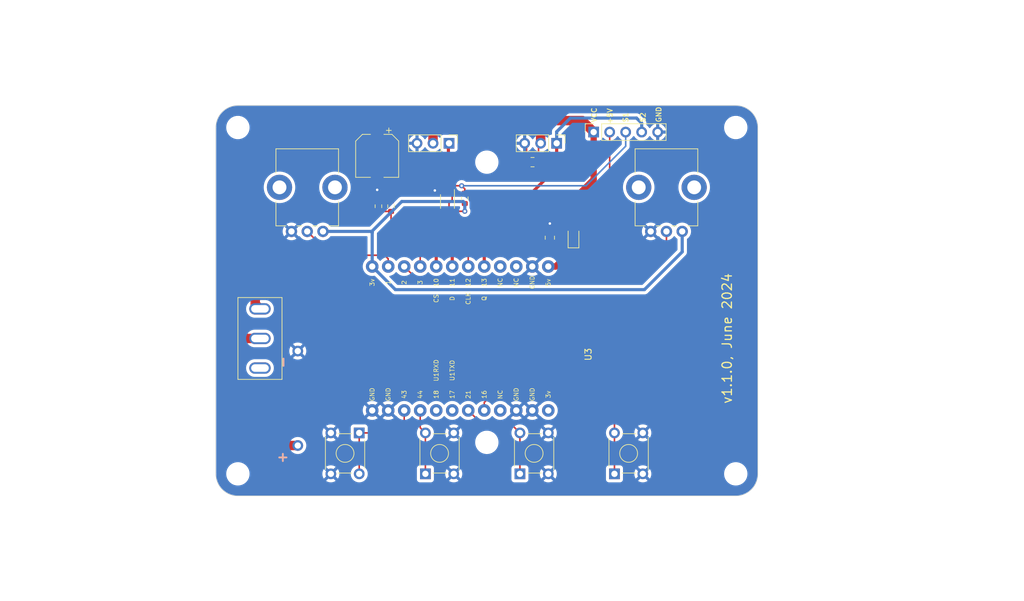
<source format=kicad_pcb>
(kicad_pcb (version 20221018) (generator pcbnew)
  (layers (0 "F.Cu" signal) (31 "B.Cu" signal) (34 "B.Paste" user) (35 "F.Paste" user) (36 "B.SilkS" user "B.Silkscreen") (37 "F.SilkS" user "F.Silkscreen") (38 "B.Mask" user) (39 "F.Mask" user) (44 "Edge.Cuts" user))
  (net 0 "")
  (net 1 "VCC")
  (net 2 "+3.3V")
  (net 3 "/POT1")
  (net 4 "GND")
  (net 5 "/POT2")
  (net 6 "/TXD")
  (net 7 "/CTRL")
  (net 11 "+5V")
  (net 13 "/BUTTON1")
  (net 14 "/BUTTON2")
  (net 15 "/RXD")
  (net 16 "/SERVO2")
  (net 17 "/SERVO1")
  (net 19 "Net-(J1-Pin_1)")
  (net 20 "/BUTTON3")
  (net 22 "/BUTTON4")
  (net 23 "/VSENSE")
  (footprint "Resistor_SMD:R_0603_1608Metric" (layer "F.Cu") (at 124.8 74 -90)
    (fp_text reference "R1" hide)
    (fp_text value "10K" hide)
    (fp_line (start -0.237258 -0.5225) (end 0.237258 -0.5225) (stroke (width 0.12)) (layer "F.SilkS"))
    (fp_line (start -0.237258 0.5225) (end 0.237258 0.5225) (stroke (width 0.12)) (layer "F.SilkS"))
    (pad "1" smd roundrect (at -0.825 0 270) (size 0.8 0.95) (layers "F.Cu" "F.Paste" "F.Mask") (net 1 "VCC"))
    (pad "2" smd roundrect (at 0.825 0 270) (size 0.8 0.95) (layers "F.Cu" "F.Paste" "F.Mask") (net 23 "/VSENSE"))
  )
  (footprint "Potentiometer_THT:Potentiometer_Bourns_PTV09A-1_Single_Vertical" (layer "F.Cu") (at 171 78 90)
    (fp_text reference "RV2" hide)
    (fp_text value "R_Potentiometer" hide)
    (fp_line (start 0.88 -7.47) (end 0.88 -5.871) (stroke (width 0.12)) (layer "F.SilkS"))
    (fp_line (start 0.88 -7.47) (end 4.745 -7.47) (stroke (width 0.12)) (layer "F.SilkS"))
    (fp_line (start 0.88 -4.129) (end 0.88 -3.37) (stroke (width 0.12)) (layer "F.SilkS"))
    (fp_line (start 0.88 -1.629) (end 0.88 -0.87) (stroke (width 0.12)) (layer "F.SilkS"))
    (fp_line (start 0.88 0.87) (end 0.88 2.47) (stroke (width 0.12)) (layer "F.SilkS"))
    (fp_line (start 0.88 2.47) (end 4.745 2.47) (stroke (width 0.12)) (layer "F.SilkS"))
    (fp_line (start 9.255 -7.47) (end 13.12 -7.47) (stroke (width 0.12)) (layer "F.SilkS"))
    (fp_line (start 9.255 2.47) (end 13.12 2.47) (stroke (width 0.12)) (layer "F.SilkS"))
    (fp_line (start 13.12 -7.47) (end 13.12 2.47) (stroke (width 0.12)) (layer "F.SilkS"))
    (pad "" np_thru_hole circle (at 7 -6.9 90) (size 4 4) (drill 2.2) (layers "F&B.Cu" "*.Mask"))
    (pad "" np_thru_hole circle (at 7 1.9 90) (size 4 4) (drill 2.2) (layers "F&B.Cu" "*.Mask"))
    (pad "1" thru_hole circle (at 0 0 90) (size 1.8 1.8) (drill 1) (layers "*.Cu" "*.Mask") (net 2 "+3.3V"))
    (pad "2" thru_hole circle (at 0 -2.5 90) (size 1.8 1.8) (drill 1) (layers "*.Cu" "*.Mask") (net 5 "/POT2"))
    (pad "3" thru_hole circle (at 0 -5 90) (size 1.8 1.8) (drill 1) (layers "*.Cu" "*.Mask") (net 4 "GND"))
  )
  (footprint "MountingHole:MountingHole_3.2mm_M3" (layer "F.Cu") (at 100.5 61.5)
    (fp_text reference "REF**" hide)
    (fp_text value "MountingHole_3.2mm_M3" hide)
    (pad "" np_thru_hole circle (at 0 0) (size 3.2 3.2) (drill 3.2) (layers "*.Cu" "*.Mask"))
  )
  (footprint "shurik-personal:T-Display-S3" (layer "F.Cu") (at 149.75 95 90)
    (fp_text reference "U3" (at -2.54 6.35 90 unlocked) (layer "F.SilkS"))
    (fp_text value "T-Display-S3")
    (fp_text user "17" (at -8.904382 -15.24 90 unlocked) (layer "F.SilkS") (effects (font (size 0.7 0.7) (thickness 0.1))))
    (fp_text user "2" (at 8.89 -22.86 90 unlocked) (layer "F.SilkS") (effects (font (size 0.7 0.7) (thickness 0.1))))
    (fp_text user "GND" (at -8.89 -25.4 90 unlocked) (layer "F.SilkS") (effects (font (size 0.7 0.7) (thickness 0.1))))
    (fp_text user "21" (at -8.904382 -12.7 90 unlocked) (layer "F.SilkS") (effects (font (size 0.7 0.7) (thickness 0.1))))
    (fp_text user "U1TXD" (at -5.08 -15.24 90 unlocked) (layer "F.SilkS") (effects (font (size 0.7 0.7) (thickness 0.1))))
    (fp_text user "3" (at 8.89 -20.32 90 unlocked) (layer "F.SilkS") (effects (font (size 0.7 0.7) (thickness 0.1))))
    (fp_text user "1" (at 8.89 -25.4 90 unlocked) (layer "F.SilkS") (effects (font (size 0.7 0.7) (thickness 0.1))))
    (fp_text user "NC" (at 8.89 -7.62 90 unlocked) (layer "F.SilkS") (effects (font (size 0.7 0.7) (thickness 0.1))))
    (fp_text user "13" (at 8.89 -10.16 90 unlocked) (layer "F.SilkS") (effects (font (size 0.7 0.7) (thickness 0.1))))
    (fp_text user "NC" (at -8.904382 -7.62 90 unlocked) (layer "F.SilkS") (effects (font (size 0.7 0.7) (thickness 0.1))))
    (fp_text user "D" (at 6.35 -15.24 90 unlocked) (layer "F.SilkS") (effects (font (size 0.7 0.7) (thickness 0.1))))
    (fp_text user "GND" (at -8.89 -2.54 90 unlocked) (layer "F.SilkS") (effects (font (size 0.7 0.7) (thickness 0.1))))
    (fp_text user "GND" (at 8.89 -2.54 90 unlocked) (layer "F.SilkS") (effects (font (size 0.7 0.7) (thickness 0.1))))
    (fp_text user "3v" (at 8.89 -27.94 90 unlocked) (layer "F.SilkS") (effects (font (size 0.7 0.7) (thickness 0.1))))
    (fp_text user "43" (at -8.904382 -22.86 90 unlocked) (layer "F.SilkS") (effects (font (size 0.7 0.7) (thickness 0.1))))
    (fp_text user "11" (at 8.89 -15.24 90 unlocked) (layer "F.SilkS") (effects (font (size 0.7 0.7) (thickness 0.1))))
    (fp_text user "Q" (at 6.35 -10.16 90 unlocked) (layer "F.SilkS") (effects (font (size 0.7 0.7) (thickness 0.1))))
    (fp_text user "U1RXD" (at -5.08 -17.78 90 unlocked) (layer "F.SilkS") (effects (font (size 0.7 0.7) (thickness 0.1))))
    (fp_text user "16" (at -8.904382 -10.16 90 unlocked) (layer "F.SilkS") (effects (font (size 0.7 0.7) (thickness 0.1))))
    (fp_text user "GND" (at -8.89 -5.08 90 unlocked) (layer "F.SilkS") (effects (font (size 0.7 0.7) (thickness 0.1))))
    (fp_text user "CS" (at 6.35 -17.78 90 unlocked) (layer "F.SilkS") (effects (font (size 0.7 0.7) (thickness 0.1))))
    (fp_text user "GND" (at -8.89 -27.94 90 unlocked) (layer "F.SilkS") (effects (font (size 0.7 0.7) (thickness 0.1))))
    (fp_text user "10" (at 8.89 -17.78 90 unlocked) (layer "F.SilkS") (effects (font (size 0.7 0.7) (thickness 0.1))))
    (fp_text user "5v" (at 8.89 0 90 unlocked) (layer "F.SilkS") (effects (font (size 0.7 0.7) (thickness 0.1))))
    (fp_text user "NC" (at 8.89 -5.08 90 unlocked) (layer "F.SilkS") (effects (font (size 0.7 0.7) (thickness 0.1))))
    (fp_text user "12" (at 8.89 -12.7 90 unlocked) (layer "F.SilkS") (effects (font (size 0.7 0.7) (thickness 0.1))))
    (fp_text user "3v" (at -8.89 0 90 unlocked) (layer "F.SilkS") (effects (font (size 0.7 0.7) (thickness 0.1))))
    (fp_text user "CLK" (at 6.35 -12.7 90 unlocked) (layer "F.SilkS") (effects (font (size 0.7 0.7) (thickness 0.1))))
    (fp_text user "44" (at -8.904382 -20.32 90 unlocked) (layer "F.SilkS") (effects (font (size 0.7 0.7) (thickness 0.1))))
    (fp_text user "18" (at -8.904382 -17.78 90 unlocked) (layer "F.SilkS") (effects (font (size 0.7 0.7) (thickness 0.1))))
    (pad "1" thru_hole circle (at 11.43 -27.94 90) (size 2 2) (drill 1) (layers "*.Cu" "*.Mask") (net 2 "+3.3V"))
    (pad "2" thru_hole circle (at 11.43 -25.4 90) (size 2 2) (drill 1) (layers "*.Cu" "*.Mask") (net 3 "/POT1"))
    (pad "3" thru_hole circle (at 11.43 -22.86 90) (size 2 2) (drill 1) (layers "*.Cu" "*.Mask") (net 5 "/POT2"))
    (pad "4" thru_hole circle (at 11.43 -20.32 90) (size 2 2) (drill 1) (layers "*.Cu" "*.Mask") (net 23 "/VSENSE"))
    (pad "5" thru_hole circle (at 11.43 -17.78 90) (size 2 2) (drill 1) (layers "*.Cu" "*.Mask") (net 6 "/TXD"))
    (pad "6" thru_hole circle (at 11.43 -15.24 90) (size 2 2) (drill 1) (layers "*.Cu" "*.Mask") (net 15 "/RXD"))
    (pad "7" thru_hole circle (at 11.43 -12.7 90) (size 2 2) (drill 1) (layers "*.Cu" "*.Mask") (net 7 "/CTRL"))
    (pad "8" thru_hole circle (at 11.43 -10.16 90) (size 2 2) (drill 1) (layers "*.Cu" "*.Mask") (net 16 "/SERVO2"))
    (pad "9" thru_hole circle (at 11.43 -7.62 90) (size 2 2) (drill 1) (layers "*.Cu" "*.Mask"))
    (pad "10" thru_hole circle (at 11.43 -5.08 90) (size 2 2) (drill 1) (layers "*.Cu" "*.Mask"))
    (pad "11" thru_hole circle (at 11.43 -2.54 90) (size 2 2) (drill 1) (layers "*.Cu" "*.Mask") (net 4 "GND"))
    (pad "12" thru_hole circle (at 11.43 0 90) (size 2 2) (drill 1) (layers "*.Cu" "*.Mask") (net 11 "+5V"))
    (pad "13" thru_hole circle (at -11.43 -27.94 90) (size 2 2) (drill 1) (layers "*.Cu" "*.Mask") (net 4 "GND"))
    (pad "14" thru_hole circle (at -11.43 -25.4 90) (size 2 2) (drill 1) (layers "*.Cu" "*.Mask") (net 4 "GND"))
    (pad "15" thru_hole circle (at -11.43 -22.86 90) (size 2 2) (drill 1) (layers "*.Cu" "*.Mask") (net 13 "/BUTTON1"))
    (pad "16" thru_hole circle (at -11.43 -20.32 90) (size 2 2) (drill 1) (layers "*.Cu" "*.Mask") (net 14 "/BUTTON2"))
    (pad "17" thru_hole circle (at -11.43 -17.78 90) (size 2 2) (drill 1) (layers "*.Cu" "*.Mask"))
    (pad "18" thru_hole circle (at -11.43 -15.24 90) (size 2 2) (drill 1) (layers "*.Cu" "*.Mask"))
    (pad "19" thru_hole circle (at -11.43 -12.7 90) (size 2 2) (drill 1) (layers "*.Cu" "*.Mask") (net 20 "/BUTTON3"))
    (pad "20" thru_hole circle (at -11.43 -10.16 90) (size 2 2) (drill 1) (layers "*.Cu" "*.Mask") (net 22 "/BUTTON4"))
    (pad "21" thru_hole circle (at -11.43 -7.62 90) (size 2 2) (drill 1) (layers "*.Cu" "*.Mask"))
    (pad "22" thru_hole circle (at -11.43 -5.08 90) (size 2 2) (drill 1) (layers "*.Cu" "*.Mask") (net 4 "GND"))
    (pad "23" thru_hole circle (at -11.43 -2.54 90) (size 2 2) (drill 1) (layers "*.Cu" "*.Mask") (net 4 "GND"))
    (pad "24" thru_hole circle (at -11.43 0 90) (size 2 2) (drill 1) (layers "*.Cu" "*.Mask"))
  )
  (footprint "Capacitor_SMD:CP_Elec_6.3x7.7" (layer "F.Cu") (at 122.6 66 -90)
    (fp_text reference "C5" hide)
    (fp_text value "220uF" hide)
    (fp_line (start -4.4375 -1.8475) (end -3.65 -1.8475) (stroke (width 0.12)) (layer "F.SilkS"))
    (fp_line (start -4.04375 -2.24125) (end -4.04375 -1.45375) (stroke (width 0.12)) (layer "F.SilkS"))
    (fp_line (start -3.41 -2.345563) (end -3.41 -1.06) (stroke (width 0.12)) (layer "F.SilkS"))
    (fp_line (start -3.41 -2.345563) (end -2.345563 -3.41) (stroke (width 0.12)) (layer "F.SilkS"))
    (fp_line (start -3.41 2.345563) (end -3.41 1.06) (stroke (width 0.12)) (layer "F.SilkS"))
    (fp_line (start -3.41 2.345563) (end -2.345563 3.41) (stroke (width 0.12)) (layer "F.SilkS"))
    (fp_line (start -2.345563 -3.41) (end 3.41 -3.41) (stroke (width 0.12)) (layer "F.SilkS"))
    (fp_line (start -2.345563 3.41) (end 3.41 3.41) (stroke (width 0.12)) (layer "F.SilkS"))
    (fp_line (start 3.41 -3.41) (end 3.41 -1.06) (stroke (width 0.12)) (layer "F.SilkS"))
    (fp_line (start 3.41 3.41) (end 3.41 1.06) (stroke (width 0.12)) (layer "F.SilkS"))
    (pad "1" smd roundrect (at -2.7 0 270) (size 3.5 1.6) (layers "F.Cu" "F.Paste" "F.Mask") (roundrect_rratio 0.15625) (net 1 "VCC"))
    (pad "2" smd roundrect (at 2.7 0 270) (size 3.5 1.6) (layers "F.Cu" "F.Paste" "F.Mask") (roundrect_rratio 0.15625) (net 4 "GND"))
  )
  (footprint "Button_Switch_THT:SW_TH_Tactile_Omron_B3F-10xx" (layer "F.Cu") (at 160.25 116.5 90)
    (fp_text reference "SW5" hide)
    (fp_text value "SW_SPST" hide)
    (fp_line (start 0.13 3.4) (end 0.13 1.2) (stroke (width 0.12)) (layer "F.SilkS"))
    (fp_line (start 0.6 5.37) (end 5.8 5.37) (stroke (width 0.12)) (layer "F.SilkS"))
    (fp_line (start 1.2 -0.87) (end 5.6 -0.87) (stroke (width 0.12)) (layer "F.SilkS"))
    (fp_line (start 6.37 1.2) (end 6.37 3.4) (stroke (width 0.12)) (layer "F.SilkS"))
    (fp_circle (center 3.25 2.25) (end 4.25 3.25) (stroke (width 0.12)) (fill none) (layer "F.SilkS"))
    (pad "1" thru_hole rect (at 0 0 90) (size 1.7 1.7) (drill 1) (layers "*.Cu" "*.Mask") (net 22 "/BUTTON4"))
    (pad "1" thru_hole circle (at 6.5 0 90) (size 1.7 1.7) (drill 1) (layers "*.Cu" "*.Mask") (net 22 "/BUTTON4"))
    (pad "2" thru_hole circle (at 0 4.5 90) (size 1.7 1.7) (drill 1) (layers "*.Cu" "*.Mask") (net 4 "GND"))
    (pad "2" thru_hole circle (at 6.5 4.5 90) (size 1.7 1.7) (drill 1) (layers "*.Cu" "*.Mask") (net 4 "GND"))
  )
  (footprint "Capacitor_SMD:C_0805_2012Metric" (layer "F.Cu") (at 150 79 90)
    (fp_text reference "C4" hide)
    (fp_text value "22uF" hide)
    (fp_line (start -0.261252 -0.735) (end 0.261252 -0.735) (stroke (width 0.12)) (layer "F.SilkS"))
    (fp_line (start -0.261252 0.735) (end 0.261252 0.735) (stroke (width 0.12)) (layer "F.SilkS"))
    (pad "1" smd roundrect (at -0.95 0 90) (size 1 1.45) (layers "F.Cu" "F.Paste" "F.Mask") (net 11 "+5V"))
    (pad "2" smd roundrect (at 0.95 0 90) (size 1 1.45) (layers "F.Cu" "F.Paste" "F.Mask") (net 4 "GND"))
  )
  (footprint "Connector_PinSocket_2.54mm:PinSocket_1x05_P2.54mm_Vertical" (layer "F.Cu") (at 156.95 62.225 90)
    (fp_text reference "J5" hide)
    (fp_text value "Conn_01x05" hide)
    (fp_line (start -1.33 1.27) (end -1.33 11.49) (stroke (width 0.12)) (layer "F.SilkS"))
    (fp_line (start -1.33 1.27) (end 1.33 1.27) (stroke (width 0.12)) (layer "F.SilkS"))
    (fp_line (start -1.33 11.49) (end 1.33 11.49) (stroke (width 0.12)) (layer "F.SilkS"))
    (fp_line (start 0 -1.33) (end 1.33 -1.33) (stroke (width 0.12)) (layer "F.SilkS"))
    (fp_line (start 1.33 -1.33) (end 1.33 0) (stroke (width 0.12)) (layer "F.SilkS"))
    (fp_line (start 1.33 1.27) (end 1.33 11.49) (stroke (width 0.12)) (layer "F.SilkS"))
    (pad "1" thru_hole rect (at 0 0 90) (size 1.7 1.7) (drill 1) (layers "*.Cu" "*.Mask") (net 1 "VCC"))
    (pad "2" thru_hole oval (at 0 2.54 90) (size 1.7 1.7) (drill 1) (layers "*.Cu" "*.Mask") (net 11 "+5V"))
    (pad "3" thru_hole oval (at 0 5.08 90) (size 1.7 1.7) (drill 1) (layers "*.Cu" "*.Mask") (net 17 "/SERVO1"))
    (pad "4" thru_hole oval (at 0 7.62 90) (size 1.7 1.7) (drill 1) (layers "*.Cu" "*.Mask") (net 16 "/SERVO2"))
    (pad "5" thru_hole oval (at 0 10.16 90) (size 1.7 1.7) (drill 1) (layers "*.Cu" "*.Mask") (net 4 "GND"))
  )
  (footprint "MountingHole:MountingHole_3.2mm_M3" (layer "F.Cu") (at 140 67)
    (fp_text reference "REF**" hide)
    (fp_text value "MountingHole_3.2mm_M3" hide)
    (pad "" np_thru_hole circle (at 0 0) (size 3.2 3.2) (drill 3.2) (layers "F&B.Cu" "*.Mask"))
  )
  (footprint "shurik-personal:connector-1p-generic-nosilk" (layer "F.Cu") (at 110 97)
    (fp_text reference "J2" hide)
    (fp_text value "Conn_01x01" hide)
    (pad "1" thru_hole circle (at 0 0) (size 1.7 1.7) (drill 1) (layers "*.Cu" "*.Mask") (net 4 "GND"))
  )
  (footprint "Button_Switch_THT:SW_TH_Tactile_Omron_B3F-10xx" (layer "F.Cu") (at 130.25 116.5 90)
    (fp_text reference "SW3" hide)
    (fp_text value "SW_SPST" hide)
    (fp_line (start 0.13 3.4) (end 0.13 1.2) (stroke (width 0.12)) (layer "F.SilkS"))
    (fp_line (start 0.6 5.37) (end 5.8 5.37) (stroke (width 0.12)) (layer "F.SilkS"))
    (fp_line (start 1.2 -0.87) (end 5.6 -0.87) (stroke (width 0.12)) (layer "F.SilkS"))
    (fp_line (start 6.37 1.2) (end 6.37 3.4) (stroke (width 0.12)) (layer "F.SilkS"))
    (fp_circle (center 3.25 2.25) (end 4.25 3.25) (stroke (width 0.12)) (fill none) (layer "F.SilkS"))
    (pad "1" thru_hole rect (at 0 0 90) (size 1.7 1.7) (drill 1) (layers "*.Cu" "*.Mask") (net 14 "/BUTTON2"))
    (pad "1" thru_hole circle (at 6.5 0 90) (size 1.7 1.7) (drill 1) (layers "*.Cu" "*.Mask") (net 14 "/BUTTON2"))
    (pad "2" thru_hole circle (at 0 4.5 90) (size 1.7 1.7) (drill 1) (layers "*.Cu" "*.Mask") (net 4 "GND"))
    (pad "2" thru_hole circle (at 6.5 4.5 90) (size 1.7 1.7) (drill 1) (layers "*.Cu" "*.Mask") (net 4 "GND"))
  )
  (footprint "Connector_PinHeader_2.54mm:PinHeader_1x03_P2.54mm_Vertical" (layer "F.Cu") (at 134 64 -90)
    (fp_text reference "J3" hide)
    (fp_text value "Conn_01x03" hide)
    (fp_line (start -1.33 -1.33) (end 0 -1.33) (stroke (width 0.12)) (layer "F.SilkS"))
    (fp_line (start -1.33 0) (end -1.33 -1.33) (stroke (width 0.12)) (layer "F.SilkS"))
    (fp_line (start -1.33 1.27) (end -1.33 6.41) (stroke (width 0.12)) (layer "F.SilkS"))
    (fp_line (start -1.33 1.27) (end 1.33 1.27) (stroke (width 0.12)) (layer "F.SilkS"))
    (fp_line (start -1.33 6.41) (end 1.33 6.41) (stroke (width 0.12)) (layer "F.SilkS"))
    (fp_line (start 1.33 1.27) (end 1.33 6.41) (stroke (width 0.12)) (layer "F.SilkS"))
    (pad "1" thru_hole rect (at 0 0 270) (size 1.7 1.7) (drill 1) (layers "*.Cu" "*.Mask") (net 17 "/SERVO1"))
    (pad "2" thru_hole oval (at 0 2.54 270) (size 1.7 1.7) (drill 1) (layers "*.Cu" "*.Mask") (net 1 "VCC"))
    (pad "3" thru_hole oval (at 0 5.08 270) (size 1.7 1.7) (drill 1) (layers "*.Cu" "*.Mask") (net 4 "GND"))
  )
  (footprint "Button_Switch_THT:SW_TH_Tactile_Omron_B3F-10xx" (layer "F.Cu") (at 145.25 116.5 90)
    (fp_text reference "SW4" hide)
    (fp_text value "SW_SPST" hide)
    (fp_line (start 0.13 3.4) (end 0.13 1.2) (stroke (width 0.12)) (layer "F.SilkS"))
    (fp_line (start 0.6 5.37) (end 5.8 5.37) (stroke (width 0.12)) (layer "F.SilkS"))
    (fp_line (start 1.2 -0.87) (end 5.6 -0.87) (stroke (width 0.12)) (layer "F.SilkS"))
    (fp_line (start 6.37 1.2) (end 6.37 3.4) (stroke (width 0.12)) (layer "F.SilkS"))
    (fp_circle (center 3.25 2.25) (end 4.25 3.25) (stroke (width 0.12)) (fill none) (layer "F.SilkS"))
    (pad "1" thru_hole rect (at 0 0 90) (size 1.7 1.7) (drill 1) (layers "*.Cu" "*.Mask") (net 20 "/BUTTON3"))
    (pad "1" thru_hole circle (at 6.5 0 90) (size 1.7 1.7) (drill 1) (layers "*.Cu" "*.Mask") (net 20 "/BUTTON3"))
    (pad "2" thru_hole circle (at 0 4.5 90) (size 1.7 1.7) (drill 1) (layers "*.Cu" "*.Mask") (net 4 "GND"))
    (pad "2" thru_hole circle (at 6.5 4.5 90) (size 1.7 1.7) (drill 1) (layers "*.Cu" "*.Mask") (net 4 "GND"))
  )
  (footprint "Resistor_SMD:R_0603_1608Metric" (layer "F.Cu") (at 136.5 72.75 90)
    (fp_text reference "R3" hide)
    (fp_text value "10K" hide)
    (fp_line (start -0.237258 -0.5225) (end 0.237258 -0.5225) (stroke (width 0.12)) (layer "F.SilkS"))
    (fp_line (start -0.237258 0.5225) (end 0.237258 0.5225) (stroke (width 0.12)) (layer "F.SilkS"))
    (pad "1" smd roundrect (at -0.825 0 90) (size 0.8 0.95) (layers "F.Cu" "F.Paste" "F.Mask") (net 2 "+3.3V"))
    (pad "2" smd roundrect (at 0.825 0 90) (size 0.8 0.95) (layers "F.Cu" "F.Paste" "F.Mask") (net 17 "/SERVO1"))
  )
  (footprint "Button_Switch_THT:SW_TH_Tactile_Omron_B3F-10xx" (layer "F.Cu") (at 119.75 110 -90)
    (fp_text reference "SW2" hide)
    (fp_text value "SW_SPST" hide)
    (fp_line (start 0.13 3.4) (end 0.13 1.2) (stroke (width 0.12)) (layer "F.SilkS"))
    (fp_line (start 0.6 5.37) (end 5.8 5.37) (stroke (width 0.12)) (layer "F.SilkS"))
    (fp_line (start 1.2 -0.87) (end 5.6 -0.87) (stroke (width 0.12)) (layer "F.SilkS"))
    (fp_line (start 6.37 1.2) (end 6.37 3.4) (stroke (width 0.12)) (layer "F.SilkS"))
    (fp_circle (center 3.25 2.25) (end 4.25 3.25) (stroke (width 0.12)) (fill none) (layer "F.SilkS"))
    (pad "1" thru_hole rect (at 0 0 270) (size 1.7 1.7) (drill 1) (layers "*.Cu" "*.Mask") (net 13 "/BUTTON1"))
    (pad "1" thru_hole circle (at 6.5 0 270) (size 1.7 1.7) (drill 1) (layers "*.Cu" "*.Mask") (net 13 "/BUTTON1"))
    (pad "2" thru_hole circle (at 0 4.5 270) (size 1.7 1.7) (drill 1) (layers "*.Cu" "*.Mask") (net 4 "GND"))
    (pad "2" thru_hole circle (at 6.5 4.5 270) (size 1.7 1.7) (drill 1) (layers "*.Cu" "*.Mask") (net 4 "GND"))
  )
  (footprint "shurik-personal:connector-1p-generic-nosilk" (layer "F.Cu") (at 110 112)
    (fp_text reference "J1" hide)
    (fp_text value "Conn_01x01" hide)
    (pad "1" thru_hole circle (at 0 0) (size 1.7 1.7) (drill 1) (layers "*.Cu" "*.Mask") (net 19 "Net-(J1-Pin_1)"))
  )
  (footprint "MountingHole:MountingHole_3.2mm_M3" (layer "F.Cu") (at 100.5 116.5)
    (fp_text reference "REF**" hide)
    (fp_text value "MountingHole_3.2mm_M3" hide)
    (pad "" np_thru_hole circle (at 0 0) (size 3.2 3.2) (drill 3.2) (layers "F&B.Cu" "*.Mask"))
  )
  (footprint "Diode_SMD:D_SOD-323" (layer "F.Cu") (at 153.75 79 90)
    (fp_text reference "D1" hide)
    (fp_text value "D_Schottky" hide)
    (fp_line (start -1.61 -0.85) (end -1.61 0.85) (stroke (width 0.12)) (layer "F.SilkS"))
    (fp_line (start -1.61 -0.85) (end 1.05 -0.85) (stroke (width 0.12)) (layer "F.SilkS"))
    (fp_line (start -1.61 0.85) (end 1.05 0.85) (stroke (width 0.12)) (layer "F.SilkS"))
    (pad "1" smd roundrect (at -1.05 0 90) (size 0.6 0.45) (layers "F.Cu" "F.Paste" "F.Mask") (net 11 "+5V"))
    (pad "2" smd roundrect (at 1.05 0 90) (size 0.6 0.45) (layers "F.Cu" "F.Paste" "F.Mask") (net 1 "VCC"))
  )
  (footprint "Capacitor_SMD:C_0805_2012Metric" (layer "F.Cu") (at 147.25 67 180)
    (fp_text reference "C3" hide)
    (fp_text value "22uF" hide)
    (fp_line (start -0.261252 -0.735) (end 0.261252 -0.735) (stroke (width 0.12)) (layer "F.SilkS"))
    (fp_line (start -0.261252 0.735) (end 0.261252 0.735) (stroke (width 0.12)) (layer "F.SilkS"))
    (pad "1" smd roundrect (at -0.95 0 180) (size 1 1.45) (layers "F.Cu" "F.Paste" "F.Mask") (net 1 "VCC"))
    (pad "2" smd roundrect (at 0.95 0 180) (size 1 1.45) (layers "F.Cu" "F.Paste" "F.Mask") (net 4 "GND"))
  )
  (footprint "MountingHole:MountingHole_3.2mm_M3" (layer "F.Cu") (at 179.5 116.5)
    (fp_text reference "REF**" hide)
    (fp_text value "MountingHole_3.2mm_M3" hide)
    (pad "" np_thru_hole circle (at 0 0) (size 3.2 3.2) (drill 3.2) (layers "F&B.Cu" "*.Mask"))
  )
  (footprint "shurik-personal:SW_XKB_SS12D10L3" (layer "F.Cu") (at 104 95 90)
    (fp_text reference "SW1" hide)
    (fp_text value "SW_SPDT")
    (fp_line (start -6.5 -3.5) (end 6.5 -3.5) (stroke (width 0.12)) (layer "F.SilkS"))
    (fp_line (start -6.5 3.5) (end -6.5 -3.5) (stroke (width 0.12)) (layer "F.SilkS"))
    (fp_line (start 6.5 -3.5) (end 6.5 3.5) (stroke (width 0.12)) (layer "F.SilkS"))
    (fp_line (start 6.5 3.5) (end -6.5 3.5) (stroke (width 0.12)) (layer "F.SilkS"))
    (pad "1" thru_hole oval (at -4.7 0 90) (size 1.8 3.4) (drill oval 1.2 2.8) (layers "*.Cu" "*.Mask"))
    (pad "2" thru_hole oval (at 0 0 90) (size 1.8 3.4) (drill oval 1.2 2.8) (layers "*.Cu" "*.Mask") (net 19 "Net-(J1-Pin_1)"))
    (pad "3" thru_hole oval (at 4.7 0 90) (size 1.8 3.4) (drill oval 1.2 2.8) (layers "*.Cu" "*.Mask") (net 1 "VCC"))
  )
  (footprint "MountingHole:MountingHole_3.2mm_M3" (layer "F.Cu") (at 179.5 61.5)
    (fp_text reference "REF**" hide)
    (fp_text value "MountingHole_3.2mm_M3" hide)
    (pad "" np_thru_hole circle (at 0 0) (size 3.2 3.2) (drill 3.2) (layers "F&B.Cu" "*.Mask"))
  )
  (footprint "Resistor_SMD:R_0603_1608Metric" (layer "F.Cu") (at 122.8 74 90)
    (fp_text reference "R2" hide)
    (fp_text value "10K" hide)
    (fp_line (start -0.237258 -0.5225) (end 0.237258 -0.5225) (stroke (width 0.12)) (layer "F.SilkS"))
    (fp_line (start -0.237258 0.5225) (end 0.237258 0.5225) (stroke (width 0.12)) (layer "F.SilkS"))
    (pad "1" smd roundrect (at -0.825 0 90) (size 0.8 0.95) (layers "F.Cu" "F.Paste" "F.Mask") (net 23 "/VSENSE"))
    (pad "2" smd roundrect (at 0.825 0 90) (size 0.8 0.95) (layers "F.Cu" "F.Paste" "F.Mask") (net 4 "GND"))
  )
  (footprint "Potentiometer_THT:Potentiometer_Bourns_PTV09A-1_Single_Vertical" (layer "F.Cu") (at 114 78 90)
    (fp_text reference "RV1" hide)
    (fp_text value "R_Potentiometer" hide)
    (fp_line (start 0.88 -7.47) (end 0.88 -5.871) (stroke (width 0.12)) (layer "F.SilkS"))
    (fp_line (start 0.88 -7.47) (end 4.745 -7.47) (stroke (width 0.12)) (layer "F.SilkS"))
    (fp_line (start 0.88 -4.129) (end 0.88 -3.37) (stroke (width 0.12)) (layer "F.SilkS"))
    (fp_line (start 0.88 -1.629) (end 0.88 -0.87) (stroke (width 0.12)) (layer "F.SilkS"))
    (fp_line (start 0.88 0.87) (end 0.88 2.47) (stroke (width 0.12)) (layer "F.SilkS"))
    (fp_line (start 0.88 2.47) (end 4.745 2.47) (stroke (width 0.12)) (layer "F.SilkS"))
    (fp_line (start 9.255 -7.47) (end 13.12 -7.47) (stroke (width 0.12)) (layer "F.SilkS"))
    (fp_line (start 9.255 2.47) (end 13.12 2.47) (stroke (width 0.12)) (layer "F.SilkS"))
    (fp_line (start 13.12 -7.47) (end 13.12 2.47) (stroke (width 0.12)) (layer "F.SilkS"))
    (pad "" np_thru_hole circle (at 7 -6.9 90) (size 4 4) (drill 2.2) (layers "F&B.Cu" "*.Mask"))
    (pad "" np_thru_hole circle (at 7 1.9 90) (size 4 4) (drill 2.2) (layers "F&B.Cu" "*.Mask"))
    (pad "1" thru_hole circle (at 0 0 90) (size 1.8 1.8) (drill 1) (layers "*.Cu" "*.Mask") (net 2 "+3.3V"))
    (pad "2" thru_hole circle (at 0 -2.5 90) (size 1.8 1.8) (drill 1) (layers "*.Cu" "*.Mask") (net 3 "/POT1"))
    (pad "3" thru_hole circle (at 0 -5 90) (size 1.8 1.8) (drill 1) (layers "*.Cu" "*.Mask") (net 4 "GND"))
  )
  (footprint "Connector_PinHeader_2.54mm:PinHeader_1x03_P2.54mm_Vertical" (layer "F.Cu") (at 151.08 64 -90)
    (fp_text reference "J4" hide)
    (fp_text value "Conn_01x03" hide)
    (fp_line (start -1.33 -1.33) (end 0 -1.33) (stroke (width 0.12)) (layer "F.SilkS"))
    (fp_line (start -1.33 0) (end -1.33 -1.33) (stroke (width 0.12)) (layer "F.SilkS"))
    (fp_line (start -1.33 1.27) (end -1.33 6.41) (stroke (width 0.12)) (layer "F.SilkS"))
    (fp_line (start -1.33 1.27) (end 1.33 1.27) (stroke (width 0.12)) (layer "F.SilkS"))
    (fp_line (start -1.33 6.41) (end 1.33 6.41) (stroke (width 0.12)) (layer "F.SilkS"))
    (fp_line (start 1.33 1.27) (end 1.33 6.41) (stroke (width 0.12)) (layer "F.SilkS"))
    (pad "1" thru_hole rect (at 0 0 270) (size 1.7 1.7) (drill 1) (layers "*.Cu" "*.Mask") (net 16 "/SERVO2"))
    (pad "2" thru_hole oval (at 0 2.54 270) (size 1.7 1.7) (drill 1) (layers "*.Cu" "*.Mask") (net 1 "VCC"))
    (pad "3" thru_hole oval (at 0 5.08 270) (size 1.7 1.7) (drill 1) (layers "*.Cu" "*.Mask") (net 4 "GND"))
  )
  (footprint "Package_SO:VSSOP-8_2.3x2mm_P0.5mm" (layer "F.Cu") (at 133.75 73.25 -90)
    (fp_text reference "U2" hide)
    (fp_text value "SN74LVC2G241DCY" hide)
    (fp_line (start 1.1 -1.1) (end -1.9 -1.1) (stroke (width 0.12)) (layer "F.SilkS"))
    (fp_line (start 1.1 1.1) (end -1.1 1.1) (stroke (width 0.12)) (layer "F.SilkS"))
    (pad "1" smd rect (at -1.55 -0.75 180) (size 0.3 0.8) (layers "F.Cu" "F.Paste" "F.Mask") (net 7 "/CTRL"))
    (pad "2" smd rect (at -1.55 -0.25 180) (size 0.3 0.8) (layers "F.Cu" "F.Paste" "F.Mask") (net 17 "/SERVO1"))
    (pad "3" smd rect (at -1.55 0.25 180) (size 0.3 0.8) (layers "F.Cu" "F.Paste" "F.Mask") (net 17 "/SERVO1"))
    (pad "4" smd rect (at -1.55 0.75 180) (size 0.3 0.8) (layers "F.Cu" "F.Paste" "F.Mask") (net 4 "GND"))
    (pad "5" smd rect (at 1.55 0.75 180) (size 0.3 0.8) (layers "F.Cu" "F.Paste" "F.Mask") (net 6 "/TXD"))
    (pad "6" smd rect (at 1.55 0.25 180) (size 0.3 0.8) (layers "F.Cu" "F.Paste" "F.Mask") (net 15 "/RXD"))
    (pad "7" smd rect (at 1.55 -0.25 180) (size 0.3 0.8) (layers "F.Cu" "F.Paste" "F.Mask") (net 7 "/CTRL"))
    (pad "8" smd rect (at 1.55 -0.75 180) (size 0.3 0.8) (layers "F.Cu" "F.Paste" "F.Mask") (net 2 "+3.3V"))
  )
  (footprint "MountingHole:MountingHole_3.2mm_M3" (layer "F.Cu") (at 140 111.5)
    (fp_text reference "REF**" hide)
    (fp_text value "MountingHole_3.2mm_M3" hide)
    (pad "" np_thru_hole circle (at 0 0) (size 3.2 3.2) (drill 3.2) (layers "F&B.Cu" "*.Mask"))
  )
  (gr_arc (start 97 61.5) (mid 98.025126 59.025126) (end 100.5 58) (stroke (width 0.1)) (layer "Edge.Cuts"))
  (gr_arc (start 179.5 58) (mid 181.974874 59.025126) (end 183 61.5) (stroke (width 0.1)) (layer "Edge.Cuts"))
  (gr_arc (start 100.5 120) (mid 98.025127 118.974874) (end 97 116.5) (stroke (width 0.1)) (layer "Edge.Cuts"))
  (gr_line (start 179.5 120) (end 100.5 120) (stroke (width 0.1)) (layer "Edge.Cuts"))
  (gr_line (start 183 61.5) (end 183 116.5) (stroke (width 0.1)) (layer "Edge.Cuts"))
  (gr_line (start 97 116.5) (end 97 61.5) (stroke (width 0.1)) (layer "Edge.Cuts"))
  (gr_arc (start 183 116.5) (mid 181.974874 118.974874) (end 179.5 120) (stroke (width 0.1)) (layer "Edge.Cuts"))
  (gr_line (start 100.5 58) (end 179.5 58) (stroke (width 0.1)) (layer "Edge.Cuts"))
  (gr_text "+" (at 108.758 114.666) (layer "B.SilkS") (effects (font (size 1.5 1.5) (thickness 0.3) bold) (justify left bottom mirror)))
  (gr_text "-" (at 108.504 97.648 90) (layer "B.SilkS") (effects (font (size 1.5 1.5) (thickness 0.3) bold) (justify left bottom mirror)))
  (gr_text "+5V" (at 160 61 90) (layer "F.SilkS") (effects (font (size 0.8 0.8)) (justify left bottom)))
  (gr_text "GND" (at 167.75 60.75 90) (layer "F.SilkS") (effects (font (size 0.8 0.8)) (justify left bottom)))
  (gr_text "S2" (at 165.25 60.75 90) (layer "F.SilkS") (effects (font (size 0.8 0.8)) (justify left bottom)))
  (gr_text "S1" (at 162.5 60.75 90) (layer "F.SilkS") (effects (font (size 0.8 0.8)) (justify left bottom)))
  (gr_text "VCC" (at 157.5 60.75 90) (layer "F.SilkS") (effects (font (size 0.8 0.8)) (justify left bottom)))
  (gr_text "v1.1.0, June 2024" (at 179 95 90) (layer "F.SilkS") (effects (font (size 1.5 1.5) (thickness 0.2)) (justify bottom)))
  (segment (start 131.46 60.54) (end 131.6 60.4) (width 1.5) (layer "F.Cu") (net 1))
  (segment (start 124.8 73.175) (end 124.8 64.8) (width 0.25) (layer "F.Cu") (net 1))
  (segment (start 148.54 62.75) (end 148.54 64) (width 1.5) (layer "F.Cu") (net 1))
  (segment (start 122.6 63.3) (end 122.6 60.4) (width 1) (layer "F.Cu") (net 1))
  (segment (start 104 90.3) (end 103.25 89.55) (width 1.5) (layer "F.Cu") (net 1))
  (segment (start 155.125 60.4) (end 156.95 62.225) (width 1.5) (layer "F.Cu") (net 1))
  (segment (start 111.4 60.4) (end 122.6 60.4) (width 1.5) (layer "F.Cu") (net 1))
  (segment (start 131.6 60.4) (end 147 60.4) (width 1.5) (layer "F.Cu") (net 1))
  (segment (start 103.25 68.55) (end 111.4 60.4) (width 1.5) (layer "F.Cu") (net 1))
  (segment (start 156.95 69.75) (end 153.75 72.95) (width 1) (layer "F.Cu") (net 1))
  (segment (start 153.75 72.95) (end 153.75 77.95) (width 1) (layer "F.Cu") (net 1))
  (segment (start 124.8 64.8) (end 123.3 63.3) (width 0.25) (layer "F.Cu") (net 1))
  (segment (start 131.46 64) (end 131.46 60.54) (width 1.5) (layer "F.Cu") (net 1))
  (segment (start 156.95 69.75) (end 156.95 62.225) (width 1) (layer "F.Cu") (net 1))
  (segment (start 122.6 60.4) (end 131.6 60.4) (width 1.5) (layer "F.Cu") (net 1))
  (segment (start 147 60.4) (end 148.5 60.4) (width 1.5) (layer "F.Cu") (net 1))
  (segment (start 148.2 67) (end 148.2 64.34) (width 0.25) (layer "F.Cu") (net 1))
  (segment (start 123.3 63.3) (end 122.6 63.3) (width 0.25) (layer "F.Cu") (net 1))
  (segment (start 103.25 89.55) (end 103.25 68.55) (width 1.5) (layer "F.Cu") (net 1))
  (segment (start 147 60.4) (end 155.125 60.4) (width 1.5) (layer "F.Cu") (net 1))
  (segment (start 148.5 60.4) (end 148.54 60.44) (width 1.5) (layer "F.Cu") (net 1))
  (segment (start 148.54 60.44) (end 148.54 62.75) (width 1.5) (layer "F.Cu") (net 1))
  (segment (start 136.5 73.575) (end 136.5 74.8) (width 0.25) (layer "F.Cu") (net 2))
  (segment (start 136.45 74.8) (end 136.5 74.75) (width 0.25) (layer "F.Cu") (net 2))
  (segment (start 134.5 74.8) (end 136.45 74.8) (width 0.25) (layer "F.Cu") (net 2))
  (via (at 136.5 74.8) (size 0.8) (drill 0.4) (layers "F.Cu" "B.Cu") (net 2))
  (segment (start 121.81 78.19) (end 121.81 77.94) (width 0.5) (layer "B.Cu") (net 2))
  (segment (start 114 78) (end 121.62 78) (width 0.5) (layer "B.Cu") (net 2))
  (segment (start 126.5 73.25) (end 136.25 73.25) (width 0.5) (layer "B.Cu") (net 2))
  (segment (start 121.62 78) (end 121.81 78.19) (width 0.5) (layer "B.Cu") (net 2))
  (segment (start 171 81.25) (end 171 78) (width 0.5) (layer "B.Cu") (net 2))
  (segment (start 165 87.25) (end 171 81.25) (width 0.5) (layer "B.Cu") (net 2))
  (segment (start 125.49 87.25) (end 165 87.25) (width 0.5) (layer "B.Cu") (net 2))
  (segment (start 121.81 83.57) (end 121.81 78.19) (width 0.5) (layer "B.Cu") (net 2))
  (segment (start 121.81 83.57) (end 125.49 87.25) (width 0.5) (layer "B.Cu") (net 2))
  (segment (start 136.25 73.25) (end 136.5 73.5) (width 0.5) (layer "B.Cu") (net 2))
  (segment (start 121.81 77.94) (end 126.5 73.25) (width 0.5) (layer "B.Cu") (net 2))
  (segment (start 136.5 73.5) (end 136.5 74.8) (width 0.5) (layer "B.Cu") (net 2))
  (segment (start 111.5 78) (end 115.282934 81.782934) (width 0.25) (layer "F.Cu") (net 3))
  (segment (start 115.282934 81.782934) (end 123.782934 81.782934) (width 0.25) (layer "F.Cu") (net 3))
  (segment (start 123.782934 81.782934) (end 124.35 82.35) (width 0.25) (layer "F.Cu") (net 3))
  (segment (start 124.35 82.35) (end 124.35 83.57) (width 0.25) (layer "F.Cu") (net 3))
  (segment (start 131.95 71.7) (end 131.75 71.5) (width 0.25) (layer "F.Cu") (net 4))
  (segment (start 146.3 67) (end 146.3 64.3) (width 0.25) (layer "F.Cu") (net 4))
  (segment (start 122.6 68.7) (end 122.6 71.4) (width 1) (layer "F.Cu") (net 4))
  (segment (start 133 71.7) (end 131.95 71.7) (width 0.25) (layer "F.Cu") (net 4))
  (segment (start 122.6 72.975) (end 122.8 73.175) (width 1) (layer "F.Cu") (net 4))
  (segment (start 150 78.05) (end 150 76.75) (width 0.25) (layer "F.Cu") (net 4))
  (segment (start 122.6 71.4) (end 122.6 72.975) (width 1) (layer "F.Cu") (net 4))
  (via (at 122.6 71.4) (size 0.8) (drill 0.4) (layers "F.Cu" "B.Cu") (net 4))
  (via (at 150 76.75) (size 0.8) (drill 0.4) (layers "F.Cu" "B.Cu") (net 4))
  (via (at 131.75 71.5) (size 0.8) (drill 0.4) (layers "F.Cu" "B.Cu") (net 4))
  (segment (start 129.32 86) (end 163.5 86) (width 0.25) (layer "F.Cu") (net 5))
  (segment (start 126.89 83.57) (end 129.32 86) (width 0.25) (layer "F.Cu") (net 5))
  (segment (start 163.5 86) (end 168.5 81) (width 0.25) (layer "F.Cu") (net 5))
  (segment (start 168.5 81) (end 168.5 78) (width 0.25) (layer "F.Cu") (net 5))
  (segment (start 132.8 74.8) (end 132.75 74.75) (width 0.25) (layer "F.Cu") (net 6))
  (segment (start 132.75 76) (end 131.97 76.78) (width 0.5) (layer "F.Cu") (net 6))
  (segment (start 132.75 74.75) (end 132.75 76) (width 0.5) (layer "F.Cu") (net 6))
  (segment (start 131.97 76.78) (end 131.97 83.57) (width 0.5) (layer "F.Cu") (net 6))
  (segment (start 133 74.8) (end 132.8 74.8) (width 0.25) (layer "F.Cu") (net 6))
  (segment (start 134.5 73) (end 134 73.5) (width 0.25) (layer "F.Cu") (net 7))
  (segment (start 134 73.5) (end 134 74.8) (width 0.25) (layer "F.Cu") (net 7))
  (segment (start 134 75.30962) (end 137.05 78.35962) (width 0.25) (layer "F.Cu") (net 7))
  (segment (start 134 74.8) (end 134 75.30962) (width 0.25) (layer "F.Cu") (net 7))
  (segment (start 137.05 78.35962) (end 137.05 83.57) (width 0.25) (layer "F.Cu") (net 7))
  (segment (start 134.5 71.7) (end 134.5 73) (width 0.25) (layer "F.Cu") (net 7))
  (segment (start 159.49 62.225) (end 159.49 76.26) (width 0.25) (layer "F.Cu") (net 11))
  (segment (start 153.75 80.05) (end 153.75 80.75) (width 1) (layer "F.Cu") (net 11))
  (segment (start 153.75 80.75) (end 150.93 83.57) (width 1) (layer "F.Cu") (net 11))
  (segment (start 155.7 80.05) (end 153.75 80.05) (width 0.25) (layer "F.Cu") (net 11))
  (segment (start 159.49 76.26) (end 155.7 80.05) (width 0.25) (layer "F.Cu") (net 11))
  (segment (start 150 79.95) (end 153.65 79.95) (width 0.25) (layer "F.Cu") (net 11))
  (segment (start 150.93 83.57) (end 149.75 83.57) (width 1) (layer "F.Cu") (net 11))
  (segment (start 125.25 110) (end 119.75 110) (width 0.25) (layer "F.Cu") (net 13))
  (segment (start 126.89 106.43) (end 126.89 108.36) (width 0.25) (layer "F.Cu") (net 13))
  (segment (start 126.89 108.36) (end 125.25 110) (width 0.25) (layer "F.Cu") (net 13))
  (segment (start 119.75 116.5) (end 119.75 110) (width 0.25) (layer "F.Cu") (net 13))
  (segment (start 129.43 106.43) (end 129.43 109.18) (width 0.25) (layer "F.Cu") (net 14))
  (segment (start 130.25 116.5) (end 130.25 110) (width 0.25) (layer "F.Cu") (net 14))
  (segment (start 129.43 109.18) (end 130.25 110) (width 0.25) (layer "F.Cu") (net 14))
  (segment (start 133.5 76) (end 133.5 75.622793) (width 0.5) (layer "F.Cu") (net 15))
  (segment (start 133.5 74.8) (end 133.5 75.5) (width 0.25) (layer "F.Cu") (net 15))
  (segment (start 134.51 77.01) (end 133.5 76) (width 0.5) (layer "F.Cu") (net 15))
  (segment (start 134.51 83.57) (end 134.51 77.01) (width 0.5) (layer "F.Cu") (net 15))
  (segment (start 139.59 79.41) (end 151.08 67.92) (width 0.5) (layer "F.Cu") (net 16))
  (segment (start 139.59 83.57) (end 139.59 79.41) (width 0.5) (layer "F.Cu") (net 16))
  (segment (start 151.08 67.92) (end 151.08 64) (width 0.5) (layer "F.Cu") (net 16))
  (segment (start 163.75 60) (end 164.57 60.82) (width 0.5) (layer "B.Cu") (net 16))
  (segment (start 164.57 60.82) (end 164.57 62.225) (width 0.5) (layer "B.Cu") (net 16))
  (segment (start 153.25 60) (end 163.75 60) (width 0.5) (layer "B.Cu") (net 16))
  (segment (start 151.08 62.17) (end 153.25 60) (width 0.5) (layer "B.Cu") (net 16))
  (segment (start 151.08 64) (end 151.08 62.17) (width 0.5) (layer "B.Cu") (net 16))
  (segment (start 136.5 71.25) (end 136 70.75) (width 0.25) (layer "F.Cu") (net 17))
  (segment (start 133.9 64.1) (end 133.9 71.55) (width 0.5) (layer "F.Cu") (net 17))
  (segment (start 136.5 71.925) (end 136.5 71.25) (width 0.25) (layer "F.Cu") (net 17))
  (segment (start 133.9 70.75) (end 136 70.75) (width 0.25) (layer "F.Cu") (net 17))
  (segment (start 133.5 71.7) (end 134 71.7) (width 0.25) (layer "F.Cu") (net 17))
  (via (at 136 70.75) (size 0.8) (drill 0.4) (layers "F.Cu" "B.Cu") (net 17))
  (segment (start 155.75 70.75) (end 162.03 64.47) (width 0.25) (layer "B.Cu") (net 17))
  (segment (start 136 70.75) (end 155.75 70.75) (width 0.25) (layer "B.Cu") (net 17))
  (segment (start 162.03 64.47) (end 162.03 62.225) (width 0.25) (layer "B.Cu") (net 17))
  (segment (start 100.75 95.75) (end 101.5 95) (width 1.5) (layer "F.Cu") (net 19))
  (segment (start 104.5 112) (end 100.75 108.25) (width 1.5) (layer "F.Cu") (net 19))
  (segment (start 110 112) (end 104.5 112) (width 1.5) (layer "F.Cu") (net 19))
  (segment (start 100.75 108.25) (end 100.75 95.75) (width 1.5) (layer "F.Cu") (net 19))
  (segment (start 101.5 95) (end 104 95) (width 1.5) (layer "F.Cu") (net 19))
  (segment (start 145.25 116.5) (end 145.25 110) (width 0.25) (layer "F.Cu") (net 20))
  (segment (start 137.029999 106.409999) (end 138.87 108.25) (width 0.25) (layer "F.Cu") (net 20))
  (segment (start 138.87 108.25) (end 143.5 108.25) (width 0.25) (layer "F.Cu") (net 20))
  (segment (start 143.5 108.25) (end 145.25 110) (width 0.25) (layer "F.Cu") (net 20))
  (segment (start 160.25 116.5) (end 160.25 110) (width 0.25) (layer "F.Cu") (net 22))
  (segment (start 139.59 105.16) (end 140.5 104.25) (width 0.25) (layer "F.Cu") (net 22))
  (segment (start 160.25 107.25) (end 157.25 104.25) (width 0.25) (layer "F.Cu") (net 22))
  (segment (start 160.25 110) (end 160.25 107.25) (width 0.25) (layer "F.Cu") (net 22))
  (segment (start 140.5 104.25) (end 157.25 104.25) (width 0.25) (layer "F.Cu") (net 22))
  (segment (start 139.59 105.16) (end 139.59 106.43) (width 0.25) (layer "F.Cu") (net 22))
  (segment (start 129.43 81.18) (end 129.43 83.57) (width 0.25) (layer "F.Cu") (net 23))
  (segment (start 124.8 74.825) (end 124.8 76.55) (width 0.25) (layer "F.Cu") (net 23))
  (segment (start 124.8 76.55) (end 129.43 81.18) (width 0.25) (layer "F.Cu") (net 23))
  (segment (start 122.8 74.825) (end 124.8 74.825) (width 0.25) (layer "F.Cu") (net 23))
  (zone (net 4) (net_name "GND") (layer "B.Cu") (connect_pads (clearance 0.5)) (min_thickness 0.25) (fill yes (thermal_gap 0.5) (thermal_bridge_width 0.5))
    (polygon (pts (xy 225.25 124) (xy 225.25 41.25) (xy 65 45) (xy 62.75 136.75)))
  )
)
</source>
